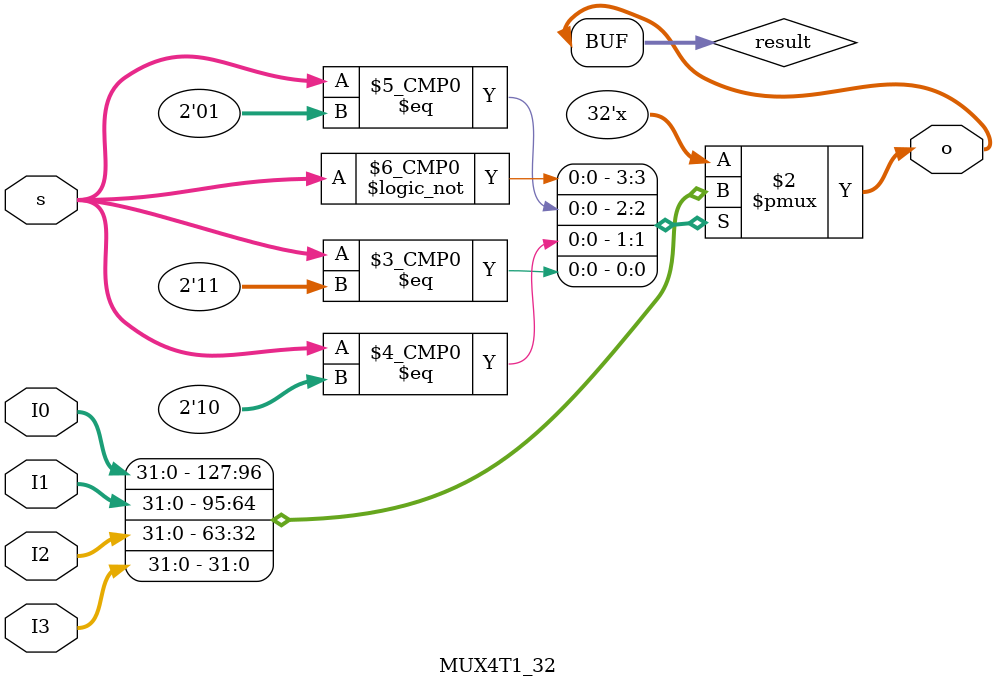
<source format=v>
`timescale 1ns / 1ps


module MUX4T1_32(
    input [1:0] s,
    input [31:0] I0,
    input [31:0] I1,
    input [31:0] I2,
    input [31:0] I3,
    output [31:0] o
    );
    reg [31:0] result;
    always @(*)
        case(s)
            2'b00: result = I0;
            2'b01: result = I1;    
            2'b10: result = I2;
            2'b11: result = I3;          
        endcase 
     assign o = result;   
endmodule

</source>
